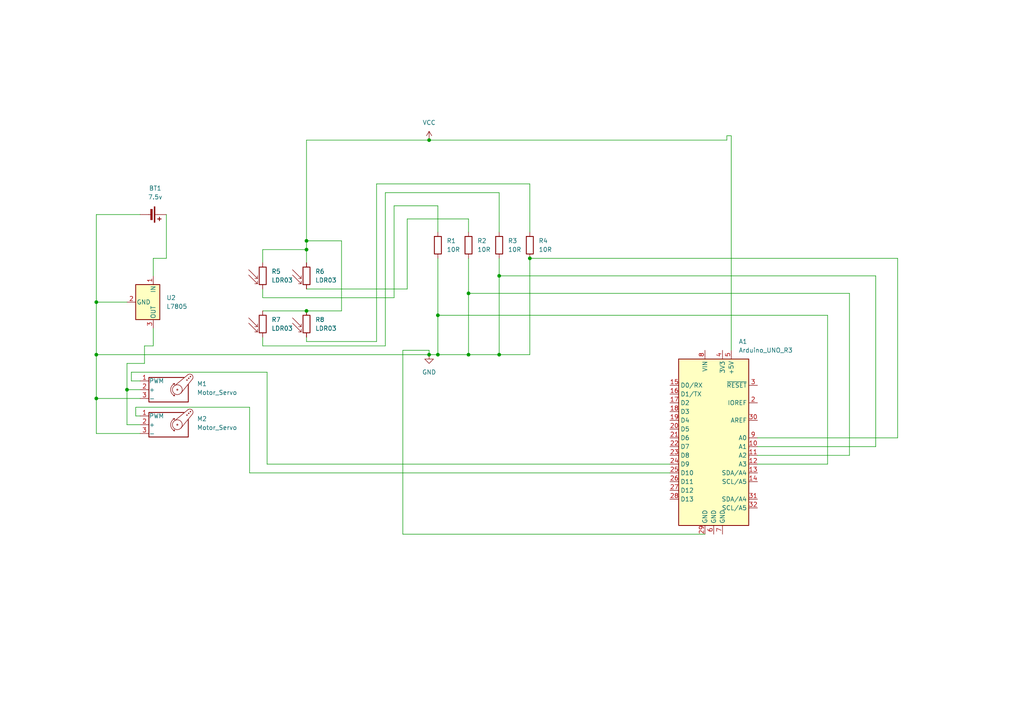
<source format=kicad_sch>
(kicad_sch
	(version 20250114)
	(generator "eeschema")
	(generator_version "9.0")
	(uuid "0716d613-defd-4026-90b3-f8d55a4d1a42")
	(paper "A4")
	(lib_symbols
		(symbol "Device:Battery_Cell"
			(pin_numbers
				(hide yes)
			)
			(pin_names
				(offset 0)
				(hide yes)
			)
			(exclude_from_sim no)
			(in_bom yes)
			(on_board yes)
			(property "Reference" "BT"
				(at 2.54 2.54 0)
				(effects
					(font
						(size 1.27 1.27)
					)
					(justify left)
				)
			)
			(property "Value" "Battery_Cell"
				(at 2.54 0 0)
				(effects
					(font
						(size 1.27 1.27)
					)
					(justify left)
				)
			)
			(property "Footprint" ""
				(at 0 1.524 90)
				(effects
					(font
						(size 1.27 1.27)
					)
					(hide yes)
				)
			)
			(property "Datasheet" "~"
				(at 0 1.524 90)
				(effects
					(font
						(size 1.27 1.27)
					)
					(hide yes)
				)
			)
			(property "Description" "Single-cell battery"
				(at 0 0 0)
				(effects
					(font
						(size 1.27 1.27)
					)
					(hide yes)
				)
			)
			(property "ki_keywords" "battery cell"
				(at 0 0 0)
				(effects
					(font
						(size 1.27 1.27)
					)
					(hide yes)
				)
			)
			(symbol "Battery_Cell_0_1"
				(rectangle
					(start -2.286 1.778)
					(end 2.286 1.524)
					(stroke
						(width 0)
						(type default)
					)
					(fill
						(type outline)
					)
				)
				(rectangle
					(start -1.524 1.016)
					(end 1.524 0.508)
					(stroke
						(width 0)
						(type default)
					)
					(fill
						(type outline)
					)
				)
				(polyline
					(pts
						(xy 0 1.778) (xy 0 2.54)
					)
					(stroke
						(width 0)
						(type default)
					)
					(fill
						(type none)
					)
				)
				(polyline
					(pts
						(xy 0 0.762) (xy 0 0)
					)
					(stroke
						(width 0)
						(type default)
					)
					(fill
						(type none)
					)
				)
				(polyline
					(pts
						(xy 0.762 3.048) (xy 1.778 3.048)
					)
					(stroke
						(width 0.254)
						(type default)
					)
					(fill
						(type none)
					)
				)
				(polyline
					(pts
						(xy 1.27 3.556) (xy 1.27 2.54)
					)
					(stroke
						(width 0.254)
						(type default)
					)
					(fill
						(type none)
					)
				)
			)
			(symbol "Battery_Cell_1_1"
				(pin passive line
					(at 0 5.08 270)
					(length 2.54)
					(name "+"
						(effects
							(font
								(size 1.27 1.27)
							)
						)
					)
					(number "1"
						(effects
							(font
								(size 1.27 1.27)
							)
						)
					)
				)
				(pin passive line
					(at 0 -2.54 90)
					(length 2.54)
					(name "-"
						(effects
							(font
								(size 1.27 1.27)
							)
						)
					)
					(number "2"
						(effects
							(font
								(size 1.27 1.27)
							)
						)
					)
				)
			)
			(embedded_fonts no)
		)
		(symbol "Device:R"
			(pin_numbers
				(hide yes)
			)
			(pin_names
				(offset 0)
			)
			(exclude_from_sim no)
			(in_bom yes)
			(on_board yes)
			(property "Reference" "R"
				(at 2.032 0 90)
				(effects
					(font
						(size 1.27 1.27)
					)
				)
			)
			(property "Value" "R"
				(at 0 0 90)
				(effects
					(font
						(size 1.27 1.27)
					)
				)
			)
			(property "Footprint" ""
				(at -1.778 0 90)
				(effects
					(font
						(size 1.27 1.27)
					)
					(hide yes)
				)
			)
			(property "Datasheet" "~"
				(at 0 0 0)
				(effects
					(font
						(size 1.27 1.27)
					)
					(hide yes)
				)
			)
			(property "Description" "Resistor"
				(at 0 0 0)
				(effects
					(font
						(size 1.27 1.27)
					)
					(hide yes)
				)
			)
			(property "ki_keywords" "R res resistor"
				(at 0 0 0)
				(effects
					(font
						(size 1.27 1.27)
					)
					(hide yes)
				)
			)
			(property "ki_fp_filters" "R_*"
				(at 0 0 0)
				(effects
					(font
						(size 1.27 1.27)
					)
					(hide yes)
				)
			)
			(symbol "R_0_1"
				(rectangle
					(start -1.016 -2.54)
					(end 1.016 2.54)
					(stroke
						(width 0.254)
						(type default)
					)
					(fill
						(type none)
					)
				)
			)
			(symbol "R_1_1"
				(pin passive line
					(at 0 3.81 270)
					(length 1.27)
					(name "~"
						(effects
							(font
								(size 1.27 1.27)
							)
						)
					)
					(number "1"
						(effects
							(font
								(size 1.27 1.27)
							)
						)
					)
				)
				(pin passive line
					(at 0 -3.81 90)
					(length 1.27)
					(name "~"
						(effects
							(font
								(size 1.27 1.27)
							)
						)
					)
					(number "2"
						(effects
							(font
								(size 1.27 1.27)
							)
						)
					)
				)
			)
			(embedded_fonts no)
		)
		(symbol "MCU_Module:Arduino_UNO_R3"
			(exclude_from_sim no)
			(in_bom yes)
			(on_board yes)
			(property "Reference" "A"
				(at -10.16 23.495 0)
				(effects
					(font
						(size 1.27 1.27)
					)
					(justify left bottom)
				)
			)
			(property "Value" "Arduino_UNO_R3"
				(at 5.08 -26.67 0)
				(effects
					(font
						(size 1.27 1.27)
					)
					(justify left top)
				)
			)
			(property "Footprint" "Module:Arduino_UNO_R3"
				(at 0 0 0)
				(effects
					(font
						(size 1.27 1.27)
						(italic yes)
					)
					(hide yes)
				)
			)
			(property "Datasheet" "https://www.arduino.cc/en/Main/arduinoBoardUno"
				(at 0 0 0)
				(effects
					(font
						(size 1.27 1.27)
					)
					(hide yes)
				)
			)
			(property "Description" "Arduino UNO Microcontroller Module, release 3"
				(at 0 0 0)
				(effects
					(font
						(size 1.27 1.27)
					)
					(hide yes)
				)
			)
			(property "ki_keywords" "Arduino UNO R3 Microcontroller Module Atmel AVR USB"
				(at 0 0 0)
				(effects
					(font
						(size 1.27 1.27)
					)
					(hide yes)
				)
			)
			(property "ki_fp_filters" "Arduino*UNO*R3*"
				(at 0 0 0)
				(effects
					(font
						(size 1.27 1.27)
					)
					(hide yes)
				)
			)
			(symbol "Arduino_UNO_R3_0_1"
				(rectangle
					(start -10.16 22.86)
					(end 10.16 -25.4)
					(stroke
						(width 0.254)
						(type default)
					)
					(fill
						(type background)
					)
				)
			)
			(symbol "Arduino_UNO_R3_1_1"
				(pin bidirectional line
					(at -12.7 15.24 0)
					(length 2.54)
					(name "D0/RX"
						(effects
							(font
								(size 1.27 1.27)
							)
						)
					)
					(number "15"
						(effects
							(font
								(size 1.27 1.27)
							)
						)
					)
				)
				(pin bidirectional line
					(at -12.7 12.7 0)
					(length 2.54)
					(name "D1/TX"
						(effects
							(font
								(size 1.27 1.27)
							)
						)
					)
					(number "16"
						(effects
							(font
								(size 1.27 1.27)
							)
						)
					)
				)
				(pin bidirectional line
					(at -12.7 10.16 0)
					(length 2.54)
					(name "D2"
						(effects
							(font
								(size 1.27 1.27)
							)
						)
					)
					(number "17"
						(effects
							(font
								(size 1.27 1.27)
							)
						)
					)
				)
				(pin bidirectional line
					(at -12.7 7.62 0)
					(length 2.54)
					(name "D3"
						(effects
							(font
								(size 1.27 1.27)
							)
						)
					)
					(number "18"
						(effects
							(font
								(size 1.27 1.27)
							)
						)
					)
				)
				(pin bidirectional line
					(at -12.7 5.08 0)
					(length 2.54)
					(name "D4"
						(effects
							(font
								(size 1.27 1.27)
							)
						)
					)
					(number "19"
						(effects
							(font
								(size 1.27 1.27)
							)
						)
					)
				)
				(pin bidirectional line
					(at -12.7 2.54 0)
					(length 2.54)
					(name "D5"
						(effects
							(font
								(size 1.27 1.27)
							)
						)
					)
					(number "20"
						(effects
							(font
								(size 1.27 1.27)
							)
						)
					)
				)
				(pin bidirectional line
					(at -12.7 0 0)
					(length 2.54)
					(name "D6"
						(effects
							(font
								(size 1.27 1.27)
							)
						)
					)
					(number "21"
						(effects
							(font
								(size 1.27 1.27)
							)
						)
					)
				)
				(pin bidirectional line
					(at -12.7 -2.54 0)
					(length 2.54)
					(name "D7"
						(effects
							(font
								(size 1.27 1.27)
							)
						)
					)
					(number "22"
						(effects
							(font
								(size 1.27 1.27)
							)
						)
					)
				)
				(pin bidirectional line
					(at -12.7 -5.08 0)
					(length 2.54)
					(name "D8"
						(effects
							(font
								(size 1.27 1.27)
							)
						)
					)
					(number "23"
						(effects
							(font
								(size 1.27 1.27)
							)
						)
					)
				)
				(pin bidirectional line
					(at -12.7 -7.62 0)
					(length 2.54)
					(name "D9"
						(effects
							(font
								(size 1.27 1.27)
							)
						)
					)
					(number "24"
						(effects
							(font
								(size 1.27 1.27)
							)
						)
					)
				)
				(pin bidirectional line
					(at -12.7 -10.16 0)
					(length 2.54)
					(name "D10"
						(effects
							(font
								(size 1.27 1.27)
							)
						)
					)
					(number "25"
						(effects
							(font
								(size 1.27 1.27)
							)
						)
					)
				)
				(pin bidirectional line
					(at -12.7 -12.7 0)
					(length 2.54)
					(name "D11"
						(effects
							(font
								(size 1.27 1.27)
							)
						)
					)
					(number "26"
						(effects
							(font
								(size 1.27 1.27)
							)
						)
					)
				)
				(pin bidirectional line
					(at -12.7 -15.24 0)
					(length 2.54)
					(name "D12"
						(effects
							(font
								(size 1.27 1.27)
							)
						)
					)
					(number "27"
						(effects
							(font
								(size 1.27 1.27)
							)
						)
					)
				)
				(pin bidirectional line
					(at -12.7 -17.78 0)
					(length 2.54)
					(name "D13"
						(effects
							(font
								(size 1.27 1.27)
							)
						)
					)
					(number "28"
						(effects
							(font
								(size 1.27 1.27)
							)
						)
					)
				)
				(pin no_connect line
					(at -10.16 -20.32 0)
					(length 2.54)
					(hide yes)
					(name "NC"
						(effects
							(font
								(size 1.27 1.27)
							)
						)
					)
					(number "1"
						(effects
							(font
								(size 1.27 1.27)
							)
						)
					)
				)
				(pin power_in line
					(at -2.54 25.4 270)
					(length 2.54)
					(name "VIN"
						(effects
							(font
								(size 1.27 1.27)
							)
						)
					)
					(number "8"
						(effects
							(font
								(size 1.27 1.27)
							)
						)
					)
				)
				(pin power_in line
					(at -2.54 -27.94 90)
					(length 2.54)
					(name "GND"
						(effects
							(font
								(size 1.27 1.27)
							)
						)
					)
					(number "29"
						(effects
							(font
								(size 1.27 1.27)
							)
						)
					)
				)
				(pin power_in line
					(at 0 -27.94 90)
					(length 2.54)
					(name "GND"
						(effects
							(font
								(size 1.27 1.27)
							)
						)
					)
					(number "6"
						(effects
							(font
								(size 1.27 1.27)
							)
						)
					)
				)
				(pin power_out line
					(at 2.54 25.4 270)
					(length 2.54)
					(name "3V3"
						(effects
							(font
								(size 1.27 1.27)
							)
						)
					)
					(number "4"
						(effects
							(font
								(size 1.27 1.27)
							)
						)
					)
				)
				(pin power_in line
					(at 2.54 -27.94 90)
					(length 2.54)
					(name "GND"
						(effects
							(font
								(size 1.27 1.27)
							)
						)
					)
					(number "7"
						(effects
							(font
								(size 1.27 1.27)
							)
						)
					)
				)
				(pin power_out line
					(at 5.08 25.4 270)
					(length 2.54)
					(name "+5V"
						(effects
							(font
								(size 1.27 1.27)
							)
						)
					)
					(number "5"
						(effects
							(font
								(size 1.27 1.27)
							)
						)
					)
				)
				(pin input line
					(at 12.7 15.24 180)
					(length 2.54)
					(name "~{RESET}"
						(effects
							(font
								(size 1.27 1.27)
							)
						)
					)
					(number "3"
						(effects
							(font
								(size 1.27 1.27)
							)
						)
					)
				)
				(pin output line
					(at 12.7 10.16 180)
					(length 2.54)
					(name "IOREF"
						(effects
							(font
								(size 1.27 1.27)
							)
						)
					)
					(number "2"
						(effects
							(font
								(size 1.27 1.27)
							)
						)
					)
				)
				(pin input line
					(at 12.7 5.08 180)
					(length 2.54)
					(name "AREF"
						(effects
							(font
								(size 1.27 1.27)
							)
						)
					)
					(number "30"
						(effects
							(font
								(size 1.27 1.27)
							)
						)
					)
				)
				(pin bidirectional line
					(at 12.7 0 180)
					(length 2.54)
					(name "A0"
						(effects
							(font
								(size 1.27 1.27)
							)
						)
					)
					(number "9"
						(effects
							(font
								(size 1.27 1.27)
							)
						)
					)
				)
				(pin bidirectional line
					(at 12.7 -2.54 180)
					(length 2.54)
					(name "A1"
						(effects
							(font
								(size 1.27 1.27)
							)
						)
					)
					(number "10"
						(effects
							(font
								(size 1.27 1.27)
							)
						)
					)
				)
				(pin bidirectional line
					(at 12.7 -5.08 180)
					(length 2.54)
					(name "A2"
						(effects
							(font
								(size 1.27 1.27)
							)
						)
					)
					(number "11"
						(effects
							(font
								(size 1.27 1.27)
							)
						)
					)
				)
				(pin bidirectional line
					(at 12.7 -7.62 180)
					(length 2.54)
					(name "A3"
						(effects
							(font
								(size 1.27 1.27)
							)
						)
					)
					(number "12"
						(effects
							(font
								(size 1.27 1.27)
							)
						)
					)
				)
				(pin bidirectional line
					(at 12.7 -10.16 180)
					(length 2.54)
					(name "SDA/A4"
						(effects
							(font
								(size 1.27 1.27)
							)
						)
					)
					(number "13"
						(effects
							(font
								(size 1.27 1.27)
							)
						)
					)
				)
				(pin bidirectional line
					(at 12.7 -12.7 180)
					(length 2.54)
					(name "SCL/A5"
						(effects
							(font
								(size 1.27 1.27)
							)
						)
					)
					(number "14"
						(effects
							(font
								(size 1.27 1.27)
							)
						)
					)
				)
				(pin bidirectional line
					(at 12.7 -17.78 180)
					(length 2.54)
					(name "SDA/A4"
						(effects
							(font
								(size 1.27 1.27)
							)
						)
					)
					(number "31"
						(effects
							(font
								(size 1.27 1.27)
							)
						)
					)
				)
				(pin bidirectional line
					(at 12.7 -20.32 180)
					(length 2.54)
					(name "SCL/A5"
						(effects
							(font
								(size 1.27 1.27)
							)
						)
					)
					(number "32"
						(effects
							(font
								(size 1.27 1.27)
							)
						)
					)
				)
			)
			(embedded_fonts no)
		)
		(symbol "Motor:Motor_Servo"
			(pin_names
				(offset 0.0254)
			)
			(exclude_from_sim no)
			(in_bom yes)
			(on_board yes)
			(property "Reference" "M"
				(at -5.08 4.445 0)
				(effects
					(font
						(size 1.27 1.27)
					)
					(justify left)
				)
			)
			(property "Value" "Motor_Servo"
				(at -5.08 -4.064 0)
				(effects
					(font
						(size 1.27 1.27)
					)
					(justify left top)
				)
			)
			(property "Footprint" ""
				(at 0 -4.826 0)
				(effects
					(font
						(size 1.27 1.27)
					)
					(hide yes)
				)
			)
			(property "Datasheet" "http://forums.parallax.com/uploads/attachments/46831/74481.png"
				(at 0 -4.826 0)
				(effects
					(font
						(size 1.27 1.27)
					)
					(hide yes)
				)
			)
			(property "Description" "Servo Motor (Futaba, HiTec, JR connector)"
				(at 0 0 0)
				(effects
					(font
						(size 1.27 1.27)
					)
					(hide yes)
				)
			)
			(property "ki_keywords" "Servo Motor"
				(at 0 0 0)
				(effects
					(font
						(size 1.27 1.27)
					)
					(hide yes)
				)
			)
			(property "ki_fp_filters" "PinHeader*P2.54mm*"
				(at 0 0 0)
				(effects
					(font
						(size 1.27 1.27)
					)
					(hide yes)
				)
			)
			(symbol "Motor_Servo_0_1"
				(polyline
					(pts
						(xy 2.413 1.778) (xy 1.905 1.778)
					)
					(stroke
						(width 0)
						(type default)
					)
					(fill
						(type none)
					)
				)
				(polyline
					(pts
						(xy 2.413 1.778) (xy 2.286 1.397)
					)
					(stroke
						(width 0)
						(type default)
					)
					(fill
						(type none)
					)
				)
				(polyline
					(pts
						(xy 2.413 -1.778) (xy 2.032 -1.778)
					)
					(stroke
						(width 0)
						(type default)
					)
					(fill
						(type none)
					)
				)
				(polyline
					(pts
						(xy 2.413 -1.778) (xy 2.286 -1.397)
					)
					(stroke
						(width 0)
						(type default)
					)
					(fill
						(type none)
					)
				)
				(arc
					(start 2.413 -1.778)
					(mid 1.2406 0)
					(end 2.413 1.778)
					(stroke
						(width 0)
						(type default)
					)
					(fill
						(type none)
					)
				)
				(circle
					(center 3.175 0)
					(radius 0.1778)
					(stroke
						(width 0)
						(type default)
					)
					(fill
						(type none)
					)
				)
				(circle
					(center 3.175 0)
					(radius 1.4224)
					(stroke
						(width 0)
						(type default)
					)
					(fill
						(type none)
					)
				)
				(polyline
					(pts
						(xy 5.08 3.556) (xy -5.08 3.556) (xy -5.08 -3.556) (xy 6.35 -3.556) (xy 6.35 1.524)
					)
					(stroke
						(width 0.254)
						(type default)
					)
					(fill
						(type none)
					)
				)
				(circle
					(center 5.969 2.794)
					(radius 0.127)
					(stroke
						(width 0)
						(type default)
					)
					(fill
						(type none)
					)
				)
				(polyline
					(pts
						(xy 6.35 4.445) (xy 2.54 1.27)
					)
					(stroke
						(width 0)
						(type default)
					)
					(fill
						(type none)
					)
				)
				(circle
					(center 6.477 3.302)
					(radius 0.127)
					(stroke
						(width 0)
						(type default)
					)
					(fill
						(type none)
					)
				)
				(arc
					(start 6.35 4.445)
					(mid 7.4487 4.2737)
					(end 7.62 3.175)
					(stroke
						(width 0)
						(type default)
					)
					(fill
						(type none)
					)
				)
				(circle
					(center 6.985 3.81)
					(radius 0.127)
					(stroke
						(width 0)
						(type default)
					)
					(fill
						(type none)
					)
				)
				(polyline
					(pts
						(xy 7.62 3.175) (xy 4.191 -1.016)
					)
					(stroke
						(width 0)
						(type default)
					)
					(fill
						(type none)
					)
				)
			)
			(symbol "Motor_Servo_1_1"
				(pin passive line
					(at -7.62 2.54 0)
					(length 2.54)
					(name "PWM"
						(effects
							(font
								(size 1.27 1.27)
							)
						)
					)
					(number "1"
						(effects
							(font
								(size 1.27 1.27)
							)
						)
					)
				)
				(pin passive line
					(at -7.62 0 0)
					(length 2.54)
					(name "+"
						(effects
							(font
								(size 1.27 1.27)
							)
						)
					)
					(number "2"
						(effects
							(font
								(size 1.27 1.27)
							)
						)
					)
				)
				(pin passive line
					(at -7.62 -2.54 0)
					(length 2.54)
					(name "-"
						(effects
							(font
								(size 1.27 1.27)
							)
						)
					)
					(number "3"
						(effects
							(font
								(size 1.27 1.27)
							)
						)
					)
				)
			)
			(embedded_fonts no)
		)
		(symbol "Regulator_Linear:L7805"
			(pin_names
				(offset 0.254)
			)
			(exclude_from_sim no)
			(in_bom yes)
			(on_board yes)
			(property "Reference" "U"
				(at -3.81 3.175 0)
				(effects
					(font
						(size 1.27 1.27)
					)
				)
			)
			(property "Value" "L7805"
				(at 0 3.175 0)
				(effects
					(font
						(size 1.27 1.27)
					)
					(justify left)
				)
			)
			(property "Footprint" ""
				(at 0.635 -3.81 0)
				(effects
					(font
						(size 1.27 1.27)
						(italic yes)
					)
					(justify left)
					(hide yes)
				)
			)
			(property "Datasheet" "http://www.st.com/content/ccc/resource/technical/document/datasheet/41/4f/b3/b0/12/d4/47/88/CD00000444.pdf/files/CD00000444.pdf/jcr:content/translations/en.CD00000444.pdf"
				(at 0 -1.27 0)
				(effects
					(font
						(size 1.27 1.27)
					)
					(hide yes)
				)
			)
			(property "Description" "Positive 1.5A 35V Linear Regulator, Fixed Output 5V, TO-220/TO-263/TO-252"
				(at 0 0 0)
				(effects
					(font
						(size 1.27 1.27)
					)
					(hide yes)
				)
			)
			(property "ki_keywords" "Voltage Regulator 1.5A Positive"
				(at 0 0 0)
				(effects
					(font
						(size 1.27 1.27)
					)
					(hide yes)
				)
			)
			(property "ki_fp_filters" "TO?252* TO?263* TO?220*"
				(at 0 0 0)
				(effects
					(font
						(size 1.27 1.27)
					)
					(hide yes)
				)
			)
			(symbol "L7805_0_1"
				(rectangle
					(start -5.08 1.905)
					(end 5.08 -5.08)
					(stroke
						(width 0.254)
						(type default)
					)
					(fill
						(type background)
					)
				)
			)
			(symbol "L7805_1_1"
				(pin power_in line
					(at -7.62 0 0)
					(length 2.54)
					(name "IN"
						(effects
							(font
								(size 1.27 1.27)
							)
						)
					)
					(number "1"
						(effects
							(font
								(size 1.27 1.27)
							)
						)
					)
				)
				(pin power_in line
					(at 0 -7.62 90)
					(length 2.54)
					(name "GND"
						(effects
							(font
								(size 1.27 1.27)
							)
						)
					)
					(number "2"
						(effects
							(font
								(size 1.27 1.27)
							)
						)
					)
				)
				(pin power_out line
					(at 7.62 0 180)
					(length 2.54)
					(name "OUT"
						(effects
							(font
								(size 1.27 1.27)
							)
						)
					)
					(number "3"
						(effects
							(font
								(size 1.27 1.27)
							)
						)
					)
				)
			)
			(embedded_fonts no)
		)
		(symbol "Sensor_Optical:LDR03"
			(pin_numbers
				(hide yes)
			)
			(pin_names
				(offset 0)
			)
			(exclude_from_sim no)
			(in_bom yes)
			(on_board yes)
			(property "Reference" "R"
				(at -5.08 0 90)
				(effects
					(font
						(size 1.27 1.27)
					)
				)
			)
			(property "Value" "LDR03"
				(at 1.905 0 90)
				(effects
					(font
						(size 1.27 1.27)
					)
					(justify top)
				)
			)
			(property "Footprint" "OptoDevice:R_LDR_10x8.5mm_P7.6mm_Vertical"
				(at 4.445 0 90)
				(effects
					(font
						(size 1.27 1.27)
					)
					(hide yes)
				)
			)
			(property "Datasheet" "http://www.elektronica-componenten.nl/WebRoot/StoreNL/Shops/61422969/54F1/BA0C/C664/31B9/2173/C0A8/2AB9/2AEF/LDR03IMP.pdf"
				(at 0 -1.27 0)
				(effects
					(font
						(size 1.27 1.27)
					)
					(hide yes)
				)
			)
			(property "Description" "light dependent resistor"
				(at 0 0 0)
				(effects
					(font
						(size 1.27 1.27)
					)
					(hide yes)
				)
			)
			(property "ki_keywords" "light dependent photo resistor LDR"
				(at 0 0 0)
				(effects
					(font
						(size 1.27 1.27)
					)
					(hide yes)
				)
			)
			(property "ki_fp_filters" "R*LDR*10x8.5mm*P7.6mm*"
				(at 0 0 0)
				(effects
					(font
						(size 1.27 1.27)
					)
					(hide yes)
				)
			)
			(symbol "LDR03_0_1"
				(polyline
					(pts
						(xy -1.524 -0.762) (xy -4.064 1.778)
					)
					(stroke
						(width 0)
						(type default)
					)
					(fill
						(type none)
					)
				)
				(polyline
					(pts
						(xy -1.524 -0.762) (xy -2.286 -0.762)
					)
					(stroke
						(width 0)
						(type default)
					)
					(fill
						(type none)
					)
				)
				(polyline
					(pts
						(xy -1.524 -0.762) (xy -1.524 0)
					)
					(stroke
						(width 0)
						(type default)
					)
					(fill
						(type none)
					)
				)
				(polyline
					(pts
						(xy -1.524 -2.286) (xy -4.064 0.254)
					)
					(stroke
						(width 0)
						(type default)
					)
					(fill
						(type none)
					)
				)
				(polyline
					(pts
						(xy -1.524 -2.286) (xy -2.286 -2.286)
					)
					(stroke
						(width 0)
						(type default)
					)
					(fill
						(type none)
					)
				)
				(polyline
					(pts
						(xy -1.524 -2.286) (xy -1.524 -1.524)
					)
					(stroke
						(width 0)
						(type default)
					)
					(fill
						(type none)
					)
				)
				(rectangle
					(start -1.016 2.54)
					(end 1.016 -2.54)
					(stroke
						(width 0.254)
						(type default)
					)
					(fill
						(type none)
					)
				)
			)
			(symbol "LDR03_1_1"
				(pin passive line
					(at 0 3.81 270)
					(length 1.27)
					(name "~"
						(effects
							(font
								(size 1.27 1.27)
							)
						)
					)
					(number "1"
						(effects
							(font
								(size 1.27 1.27)
							)
						)
					)
				)
				(pin passive line
					(at 0 -3.81 90)
					(length 1.27)
					(name "~"
						(effects
							(font
								(size 1.27 1.27)
							)
						)
					)
					(number "2"
						(effects
							(font
								(size 1.27 1.27)
							)
						)
					)
				)
			)
			(embedded_fonts no)
		)
		(symbol "power:GND"
			(power)
			(pin_numbers
				(hide yes)
			)
			(pin_names
				(offset 0)
				(hide yes)
			)
			(exclude_from_sim no)
			(in_bom yes)
			(on_board yes)
			(property "Reference" "#PWR"
				(at 0 -6.35 0)
				(effects
					(font
						(size 1.27 1.27)
					)
					(hide yes)
				)
			)
			(property "Value" "GND"
				(at 0 -3.81 0)
				(effects
					(font
						(size 1.27 1.27)
					)
				)
			)
			(property "Footprint" ""
				(at 0 0 0)
				(effects
					(font
						(size 1.27 1.27)
					)
					(hide yes)
				)
			)
			(property "Datasheet" ""
				(at 0 0 0)
				(effects
					(font
						(size 1.27 1.27)
					)
					(hide yes)
				)
			)
			(property "Description" "Power symbol creates a global label with name \"GND\" , ground"
				(at 0 0 0)
				(effects
					(font
						(size 1.27 1.27)
					)
					(hide yes)
				)
			)
			(property "ki_keywords" "global power"
				(at 0 0 0)
				(effects
					(font
						(size 1.27 1.27)
					)
					(hide yes)
				)
			)
			(symbol "GND_0_1"
				(polyline
					(pts
						(xy 0 0) (xy 0 -1.27) (xy 1.27 -1.27) (xy 0 -2.54) (xy -1.27 -1.27) (xy 0 -1.27)
					)
					(stroke
						(width 0)
						(type default)
					)
					(fill
						(type none)
					)
				)
			)
			(symbol "GND_1_1"
				(pin power_in line
					(at 0 0 270)
					(length 0)
					(name "~"
						(effects
							(font
								(size 1.27 1.27)
							)
						)
					)
					(number "1"
						(effects
							(font
								(size 1.27 1.27)
							)
						)
					)
				)
			)
			(embedded_fonts no)
		)
		(symbol "power:VCC"
			(power)
			(pin_numbers
				(hide yes)
			)
			(pin_names
				(offset 0)
				(hide yes)
			)
			(exclude_from_sim no)
			(in_bom yes)
			(on_board yes)
			(property "Reference" "#PWR"
				(at 0 -3.81 0)
				(effects
					(font
						(size 1.27 1.27)
					)
					(hide yes)
				)
			)
			(property "Value" "VCC"
				(at 0 3.556 0)
				(effects
					(font
						(size 1.27 1.27)
					)
				)
			)
			(property "Footprint" ""
				(at 0 0 0)
				(effects
					(font
						(size 1.27 1.27)
					)
					(hide yes)
				)
			)
			(property "Datasheet" ""
				(at 0 0 0)
				(effects
					(font
						(size 1.27 1.27)
					)
					(hide yes)
				)
			)
			(property "Description" "Power symbol creates a global label with name \"VCC\""
				(at 0 0 0)
				(effects
					(font
						(size 1.27 1.27)
					)
					(hide yes)
				)
			)
			(property "ki_keywords" "global power"
				(at 0 0 0)
				(effects
					(font
						(size 1.27 1.27)
					)
					(hide yes)
				)
			)
			(symbol "VCC_0_1"
				(polyline
					(pts
						(xy -0.762 1.27) (xy 0 2.54)
					)
					(stroke
						(width 0)
						(type default)
					)
					(fill
						(type none)
					)
				)
				(polyline
					(pts
						(xy 0 2.54) (xy 0.762 1.27)
					)
					(stroke
						(width 0)
						(type default)
					)
					(fill
						(type none)
					)
				)
				(polyline
					(pts
						(xy 0 0) (xy 0 2.54)
					)
					(stroke
						(width 0)
						(type default)
					)
					(fill
						(type none)
					)
				)
			)
			(symbol "VCC_1_1"
				(pin power_in line
					(at 0 0 90)
					(length 0)
					(name "~"
						(effects
							(font
								(size 1.27 1.27)
							)
						)
					)
					(number "1"
						(effects
							(font
								(size 1.27 1.27)
							)
						)
					)
				)
			)
			(embedded_fonts no)
		)
	)
	(junction
		(at 127 102.87)
		(diameter 0)
		(color 0 0 0 0)
		(uuid "0cb30bc9-6a90-44f0-89f4-88aaa4f00851")
	)
	(junction
		(at 144.78 80.01)
		(diameter 0)
		(color 0 0 0 0)
		(uuid "23533148-69f3-4f01-a158-0611361c8981")
	)
	(junction
		(at 88.9 69.85)
		(diameter 0)
		(color 0 0 0 0)
		(uuid "535a24a9-49e9-44ce-8268-44f124390b43")
	)
	(junction
		(at 124.46 40.64)
		(diameter 0)
		(color 0 0 0 0)
		(uuid "748e31f1-09b4-4eb8-afcf-847b7f438c53")
	)
	(junction
		(at 36.83 113.03)
		(diameter 0)
		(color 0 0 0 0)
		(uuid "8a07aa0b-61c6-4501-8391-c5edd2926318")
	)
	(junction
		(at 27.94 87.63)
		(diameter 0)
		(color 0 0 0 0)
		(uuid "90e86b80-681b-4eb9-be51-4e6b2e868d45")
	)
	(junction
		(at 27.94 102.87)
		(diameter 0)
		(color 0 0 0 0)
		(uuid "a5024330-9354-422e-af57-377f5de39d21")
	)
	(junction
		(at 135.89 102.87)
		(diameter 0)
		(color 0 0 0 0)
		(uuid "b1d57acf-6733-4716-bc26-5b2157fb665b")
	)
	(junction
		(at 124.46 102.87)
		(diameter 0)
		(color 0 0 0 0)
		(uuid "b77d8f9b-af58-42b1-a49d-370c494bbabb")
	)
	(junction
		(at 88.9 90.17)
		(diameter 0)
		(color 0 0 0 0)
		(uuid "b86ad1e0-1ddc-44b2-a8f0-d5a5f7ac8450")
	)
	(junction
		(at 27.94 115.57)
		(diameter 0)
		(color 0 0 0 0)
		(uuid "bb14af52-ae91-499c-af6c-035099a81b4f")
	)
	(junction
		(at 135.89 85.09)
		(diameter 0)
		(color 0 0 0 0)
		(uuid "c8e0b71e-ccc3-448c-9232-487f645459fb")
	)
	(junction
		(at 144.78 102.87)
		(diameter 0)
		(color 0 0 0 0)
		(uuid "c977036a-dd49-430b-8505-351fcf2155ed")
	)
	(junction
		(at 127 91.44)
		(diameter 0)
		(color 0 0 0 0)
		(uuid "ca0dc77c-b9c0-433d-9462-c03835520cdc")
	)
	(junction
		(at 153.67 74.93)
		(diameter 0)
		(color 0 0 0 0)
		(uuid "cbe7bf31-0a70-451a-90fd-09e857e485cc")
	)
	(junction
		(at 88.9 72.39)
		(diameter 0)
		(color 0 0 0 0)
		(uuid "ea586b36-00f2-4307-9493-60436e494b8d")
	)
	(wire
		(pts
			(xy 88.9 40.64) (xy 124.46 40.64)
		)
		(stroke
			(width 0)
			(type default)
		)
		(uuid "020c71b7-c925-4066-b642-7b0a7a67e517")
	)
	(wire
		(pts
			(xy 76.2 97.79) (xy 76.2 100.33)
		)
		(stroke
			(width 0)
			(type default)
		)
		(uuid "03bdb48c-b1cc-47c3-ae9e-d88b4aa17931")
	)
	(wire
		(pts
			(xy 27.94 125.73) (xy 40.64 125.73)
		)
		(stroke
			(width 0)
			(type default)
		)
		(uuid "04441708-1847-4d29-b672-a7962aa90bf3")
	)
	(wire
		(pts
			(xy 36.83 123.19) (xy 40.64 123.19)
		)
		(stroke
			(width 0)
			(type default)
		)
		(uuid "07b61c4d-d6ea-420e-a484-ea08e67724e8")
	)
	(wire
		(pts
			(xy 44.45 74.93) (xy 44.45 80.01)
		)
		(stroke
			(width 0)
			(type default)
		)
		(uuid "0fd87f9b-16e8-412c-bc3a-02f388d869bf")
	)
	(wire
		(pts
			(xy 88.9 90.17) (xy 99.06 90.17)
		)
		(stroke
			(width 0)
			(type default)
		)
		(uuid "129ab8fb-fd8f-4d2f-b968-7a5874f7336c")
	)
	(wire
		(pts
			(xy 246.38 85.09) (xy 246.38 132.08)
		)
		(stroke
			(width 0)
			(type default)
		)
		(uuid "12f54087-5288-4f2a-98cb-6bf936e01019")
	)
	(wire
		(pts
			(xy 135.89 85.09) (xy 135.89 102.87)
		)
		(stroke
			(width 0)
			(type default)
		)
		(uuid "14bfeb0f-de39-4c9e-81c8-4b5c866db3d4")
	)
	(wire
		(pts
			(xy 88.9 72.39) (xy 88.9 69.85)
		)
		(stroke
			(width 0)
			(type default)
		)
		(uuid "1934c60b-4bf3-42e6-8daa-5056ff729772")
	)
	(wire
		(pts
			(xy 116.84 154.94) (xy 204.47 154.94)
		)
		(stroke
			(width 0)
			(type default)
		)
		(uuid "1c757e8a-793d-46a0-9b29-413a24736ca9")
	)
	(wire
		(pts
			(xy 44.45 95.25) (xy 44.45 100.33)
		)
		(stroke
			(width 0)
			(type default)
		)
		(uuid "209b1206-982a-4782-85eb-b4bf1e57c68b")
	)
	(wire
		(pts
			(xy 39.37 120.65) (xy 39.37 118.11)
		)
		(stroke
			(width 0)
			(type default)
		)
		(uuid "21288d11-3eb2-49f5-8e37-df8dddf92c78")
	)
	(wire
		(pts
			(xy 36.83 113.03) (xy 36.83 123.19)
		)
		(stroke
			(width 0)
			(type default)
		)
		(uuid "25f42134-271a-46a1-969e-d9525af091a4")
	)
	(wire
		(pts
			(xy 260.35 127) (xy 219.71 127)
		)
		(stroke
			(width 0)
			(type default)
		)
		(uuid "270b1d22-36c6-409b-9d00-cb9a1a123d7a")
	)
	(wire
		(pts
			(xy 153.67 53.34) (xy 153.67 67.31)
		)
		(stroke
			(width 0)
			(type default)
		)
		(uuid "2dc58c19-a3e9-4416-93c8-42cb8f606990")
	)
	(wire
		(pts
			(xy 254 129.54) (xy 219.71 129.54)
		)
		(stroke
			(width 0)
			(type default)
		)
		(uuid "2ddb1af1-3ae6-481e-90bd-3659e108a2e4")
	)
	(wire
		(pts
			(xy 36.83 113.03) (xy 40.64 113.03)
		)
		(stroke
			(width 0)
			(type default)
		)
		(uuid "2e517138-9e3f-4c13-be24-7a9e1fa70d74")
	)
	(wire
		(pts
			(xy 88.9 90.17) (xy 76.2 90.17)
		)
		(stroke
			(width 0)
			(type default)
		)
		(uuid "2eef5ee2-7053-407f-91c6-68519f26e47e")
	)
	(wire
		(pts
			(xy 77.47 107.95) (xy 77.47 134.62)
		)
		(stroke
			(width 0)
			(type default)
		)
		(uuid "374a6508-25e0-4d11-b87e-ba336ede173f")
	)
	(wire
		(pts
			(xy 27.94 87.63) (xy 27.94 102.87)
		)
		(stroke
			(width 0)
			(type default)
		)
		(uuid "38a99bda-29fb-47e6-b84c-af5d0622be3a")
	)
	(wire
		(pts
			(xy 40.64 62.23) (xy 27.94 62.23)
		)
		(stroke
			(width 0)
			(type default)
		)
		(uuid "3b3e6fb7-df47-4765-b6cc-98a878928ae5")
	)
	(wire
		(pts
			(xy 27.94 87.63) (xy 36.83 87.63)
		)
		(stroke
			(width 0)
			(type default)
		)
		(uuid "3c93f079-b819-4ebe-9a7e-f354e99cb63b")
	)
	(wire
		(pts
			(xy 127 91.44) (xy 127 102.87)
		)
		(stroke
			(width 0)
			(type default)
		)
		(uuid "3ce348fe-4f04-45c9-a88e-af6b3a81c9a9")
	)
	(wire
		(pts
			(xy 210.82 39.37) (xy 210.82 40.64)
		)
		(stroke
			(width 0)
			(type default)
		)
		(uuid "3d162c62-e59c-4760-b75a-3f3fc3339764")
	)
	(wire
		(pts
			(xy 38.1 107.95) (xy 77.47 107.95)
		)
		(stroke
			(width 0)
			(type default)
		)
		(uuid "46419b92-8418-42ff-8ebe-3a68adc225ef")
	)
	(wire
		(pts
			(xy 114.3 59.69) (xy 127 59.69)
		)
		(stroke
			(width 0)
			(type default)
		)
		(uuid "49f823d0-8d4a-4882-b73d-494a5a104afb")
	)
	(wire
		(pts
			(xy 88.9 83.82) (xy 118.11 83.82)
		)
		(stroke
			(width 0)
			(type default)
		)
		(uuid "4e3115f3-c3ec-4bfb-9bf7-1b4ac7400144")
	)
	(wire
		(pts
			(xy 135.89 74.93) (xy 135.89 85.09)
		)
		(stroke
			(width 0)
			(type default)
		)
		(uuid "52a54e61-f726-40ac-8122-d8b2cbcd34c9")
	)
	(wire
		(pts
			(xy 72.39 137.16) (xy 194.31 137.16)
		)
		(stroke
			(width 0)
			(type default)
		)
		(uuid "5352f818-9f5c-426d-8c81-6991427b65dd")
	)
	(wire
		(pts
			(xy 72.39 118.11) (xy 72.39 137.16)
		)
		(stroke
			(width 0)
			(type default)
		)
		(uuid "57df8ee6-cbc2-49c6-b385-7a6ed9e96de6")
	)
	(wire
		(pts
			(xy 127 59.69) (xy 127 67.31)
		)
		(stroke
			(width 0)
			(type default)
		)
		(uuid "5a0960b9-3067-4e30-9e55-ec0ba5b3e574")
	)
	(wire
		(pts
			(xy 144.78 74.93) (xy 144.78 80.01)
		)
		(stroke
			(width 0)
			(type default)
		)
		(uuid "5a33aaed-14a4-4373-86b2-eb6accce297d")
	)
	(wire
		(pts
			(xy 127 102.87) (xy 135.89 102.87)
		)
		(stroke
			(width 0)
			(type default)
		)
		(uuid "60d4dad4-dbc1-4278-8104-8382e2f99169")
	)
	(wire
		(pts
			(xy 77.47 134.62) (xy 194.31 134.62)
		)
		(stroke
			(width 0)
			(type default)
		)
		(uuid "61215de8-0942-472f-bcb7-fa823889b9ac")
	)
	(wire
		(pts
			(xy 240.03 91.44) (xy 240.03 134.62)
		)
		(stroke
			(width 0)
			(type default)
		)
		(uuid "61ac4dc3-1508-4b07-8bed-35279de5d405")
	)
	(wire
		(pts
			(xy 36.83 105.41) (xy 36.83 113.03)
		)
		(stroke
			(width 0)
			(type default)
		)
		(uuid "644bb2e1-2dd1-4246-90fb-8ce478ee9763")
	)
	(wire
		(pts
			(xy 27.94 62.23) (xy 27.94 87.63)
		)
		(stroke
			(width 0)
			(type default)
		)
		(uuid "657354b7-1bfc-4e02-a275-bb4686502bd3")
	)
	(wire
		(pts
			(xy 109.22 99.06) (xy 109.22 53.34)
		)
		(stroke
			(width 0)
			(type default)
		)
		(uuid "679a82a1-75e9-4014-b4d7-46900437aeb0")
	)
	(wire
		(pts
			(xy 219.71 132.08) (xy 246.38 132.08)
		)
		(stroke
			(width 0)
			(type default)
		)
		(uuid "6a31c8e6-7855-4709-8920-8285b3a3d86b")
	)
	(wire
		(pts
			(xy 76.2 100.33) (xy 111.76 100.33)
		)
		(stroke
			(width 0)
			(type default)
		)
		(uuid "6bc62d99-da23-4dcf-af80-84684296a367")
	)
	(wire
		(pts
			(xy 114.3 59.69) (xy 114.3 86.36)
		)
		(stroke
			(width 0)
			(type default)
		)
		(uuid "7446255d-43c9-483d-9e88-e075d52d5b8c")
	)
	(wire
		(pts
			(xy 124.46 102.87) (xy 127 102.87)
		)
		(stroke
			(width 0)
			(type default)
		)
		(uuid "7709af5c-4e73-4c62-9fbd-1d1b20ed3235")
	)
	(wire
		(pts
			(xy 212.09 39.37) (xy 212.09 101.6)
		)
		(stroke
			(width 0)
			(type default)
		)
		(uuid "78788f4e-4fe0-4f10-bafa-fdae3a1da84e")
	)
	(wire
		(pts
			(xy 48.26 62.23) (xy 48.26 74.93)
		)
		(stroke
			(width 0)
			(type default)
		)
		(uuid "84c659e9-5e67-4fdc-990f-205bdba89ebb")
	)
	(wire
		(pts
			(xy 99.06 90.17) (xy 99.06 69.85)
		)
		(stroke
			(width 0)
			(type default)
		)
		(uuid "869b04ab-de00-4004-81a1-028ded5d124f")
	)
	(wire
		(pts
			(xy 127 91.44) (xy 240.03 91.44)
		)
		(stroke
			(width 0)
			(type default)
		)
		(uuid "88df88e6-aef2-4076-a30e-ae15de9e2019")
	)
	(wire
		(pts
			(xy 88.9 69.85) (xy 99.06 69.85)
		)
		(stroke
			(width 0)
			(type default)
		)
		(uuid "8b120e70-ad70-4198-9212-b639579e1edb")
	)
	(wire
		(pts
			(xy 135.89 102.87) (xy 144.78 102.87)
		)
		(stroke
			(width 0)
			(type default)
		)
		(uuid "8d6b20a9-bfe0-4656-be99-ebe4e0d90f24")
	)
	(wire
		(pts
			(xy 210.82 40.64) (xy 124.46 40.64)
		)
		(stroke
			(width 0)
			(type default)
		)
		(uuid "91d86602-4f34-4889-ab27-415261512425")
	)
	(wire
		(pts
			(xy 260.35 74.93) (xy 260.35 127)
		)
		(stroke
			(width 0)
			(type default)
		)
		(uuid "92dd1bbb-1bae-4d54-ad3a-85d7dc2dcc83")
	)
	(wire
		(pts
			(xy 76.2 83.82) (xy 76.2 86.36)
		)
		(stroke
			(width 0)
			(type default)
		)
		(uuid "93ee0a1d-d660-4a5a-b26f-db3c34497ca4")
	)
	(wire
		(pts
			(xy 118.11 63.5) (xy 135.89 63.5)
		)
		(stroke
			(width 0)
			(type default)
		)
		(uuid "97749cfb-6743-4b02-858a-35f0cc4c87af")
	)
	(wire
		(pts
			(xy 144.78 80.01) (xy 144.78 102.87)
		)
		(stroke
			(width 0)
			(type default)
		)
		(uuid "9b4c74eb-8951-43cb-be10-a2ec4bb6d3d4")
	)
	(wire
		(pts
			(xy 109.22 53.34) (xy 153.67 53.34)
		)
		(stroke
			(width 0)
			(type default)
		)
		(uuid "9bb97131-4412-4e6e-bc12-af2aa2e147a1")
	)
	(wire
		(pts
			(xy 210.82 39.37) (xy 212.09 39.37)
		)
		(stroke
			(width 0)
			(type default)
		)
		(uuid "9f396999-cb81-4c01-b84f-87c9b59acf4d")
	)
	(wire
		(pts
			(xy 254 80.01) (xy 254 129.54)
		)
		(stroke
			(width 0)
			(type default)
		)
		(uuid "a213f73a-6234-41a7-933f-c20f2b049e65")
	)
	(wire
		(pts
			(xy 88.9 99.06) (xy 109.22 99.06)
		)
		(stroke
			(width 0)
			(type default)
		)
		(uuid "a4cf03c3-898d-434c-b4eb-1a7843447bb4")
	)
	(wire
		(pts
			(xy 38.1 110.49) (xy 38.1 107.95)
		)
		(stroke
			(width 0)
			(type default)
		)
		(uuid "a50c7c3a-9bc0-4f70-a865-73bbaf0718e6")
	)
	(wire
		(pts
			(xy 40.64 110.49) (xy 38.1 110.49)
		)
		(stroke
			(width 0)
			(type default)
		)
		(uuid "a641427a-f684-4d4a-98a5-3e655d5acb8a")
	)
	(wire
		(pts
			(xy 144.78 102.87) (xy 153.67 102.87)
		)
		(stroke
			(width 0)
			(type default)
		)
		(uuid "a9e36cfc-9ea5-4d98-85e2-9b73bf683d27")
	)
	(wire
		(pts
			(xy 135.89 85.09) (xy 246.38 85.09)
		)
		(stroke
			(width 0)
			(type default)
		)
		(uuid "aa85ad11-d8b7-4c9a-b854-b4fa498b9922")
	)
	(wire
		(pts
			(xy 88.9 69.85) (xy 88.9 40.64)
		)
		(stroke
			(width 0)
			(type default)
		)
		(uuid "b26086fc-3e31-4e93-8ef1-2166e1e3926c")
	)
	(wire
		(pts
			(xy 124.46 101.6) (xy 116.84 101.6)
		)
		(stroke
			(width 0)
			(type default)
		)
		(uuid "b3dc3fd4-efdb-4aca-ab2f-66ebc770723d")
	)
	(wire
		(pts
			(xy 44.45 100.33) (xy 41.91 100.33)
		)
		(stroke
			(width 0)
			(type default)
		)
		(uuid "b6a5fa50-d48e-4e1c-8e9c-f0486b2c0a51")
	)
	(wire
		(pts
			(xy 127 74.93) (xy 127 91.44)
		)
		(stroke
			(width 0)
			(type default)
		)
		(uuid "bb9dd3cc-9f9f-4f5a-812c-e6c25c4f5494")
	)
	(wire
		(pts
			(xy 41.91 100.33) (xy 41.91 105.41)
		)
		(stroke
			(width 0)
			(type default)
		)
		(uuid "beefc141-ec18-49e7-86a6-92edf6b8f828")
	)
	(wire
		(pts
			(xy 111.76 55.88) (xy 144.78 55.88)
		)
		(stroke
			(width 0)
			(type default)
		)
		(uuid "c2c7fb57-b65f-4ef6-9a2d-a038e4c178ce")
	)
	(wire
		(pts
			(xy 118.11 83.82) (xy 118.11 63.5)
		)
		(stroke
			(width 0)
			(type default)
		)
		(uuid "c34ec038-7be6-4838-b4c2-dff13fc72de9")
	)
	(wire
		(pts
			(xy 116.84 101.6) (xy 116.84 154.94)
		)
		(stroke
			(width 0)
			(type default)
		)
		(uuid "c4c26cc8-9f0e-4440-9e8d-8208e8981086")
	)
	(wire
		(pts
			(xy 27.94 102.87) (xy 27.94 115.57)
		)
		(stroke
			(width 0)
			(type default)
		)
		(uuid "c662c1c5-e29f-450e-b641-3d82bb7989f4")
	)
	(wire
		(pts
			(xy 76.2 72.39) (xy 88.9 72.39)
		)
		(stroke
			(width 0)
			(type default)
		)
		(uuid "c6e96bc1-3ac2-4b93-8847-f48e31a1f01e")
	)
	(wire
		(pts
			(xy 41.91 105.41) (xy 36.83 105.41)
		)
		(stroke
			(width 0)
			(type default)
		)
		(uuid "c87a247f-7f75-499e-afc7-fc33c9c700c6")
	)
	(wire
		(pts
			(xy 124.46 102.87) (xy 124.46 101.6)
		)
		(stroke
			(width 0)
			(type default)
		)
		(uuid "c995a858-58b2-4b73-853d-8250baa83f80")
	)
	(wire
		(pts
			(xy 111.76 55.88) (xy 111.76 100.33)
		)
		(stroke
			(width 0)
			(type default)
		)
		(uuid "cc206df8-5d60-42ef-9253-b33b11ffff84")
	)
	(wire
		(pts
			(xy 144.78 55.88) (xy 144.78 67.31)
		)
		(stroke
			(width 0)
			(type default)
		)
		(uuid "cd429ef3-0e47-4226-bca2-e879c65058ab")
	)
	(wire
		(pts
			(xy 39.37 118.11) (xy 72.39 118.11)
		)
		(stroke
			(width 0)
			(type default)
		)
		(uuid "ce388dc4-11c9-4310-8f0b-6aac79ab57a1")
	)
	(wire
		(pts
			(xy 44.45 74.93) (xy 48.26 74.93)
		)
		(stroke
			(width 0)
			(type default)
		)
		(uuid "d269801f-d077-456f-86d2-1076850a7daf")
	)
	(wire
		(pts
			(xy 76.2 86.36) (xy 114.3 86.36)
		)
		(stroke
			(width 0)
			(type default)
		)
		(uuid "d4b6f932-8ba5-4d55-9253-9653d811a4b4")
	)
	(wire
		(pts
			(xy 153.67 74.93) (xy 153.67 102.87)
		)
		(stroke
			(width 0)
			(type default)
		)
		(uuid "d52b9132-49ac-4428-9ca7-96b0b56f77fd")
	)
	(wire
		(pts
			(xy 88.9 97.79) (xy 88.9 99.06)
		)
		(stroke
			(width 0)
			(type default)
		)
		(uuid "d57520e9-6fb3-410b-9154-7532d4a0f9bf")
	)
	(wire
		(pts
			(xy 27.94 115.57) (xy 40.64 115.57)
		)
		(stroke
			(width 0)
			(type default)
		)
		(uuid "d6bbf80b-58b2-4b11-92dc-4007aeed51a5")
	)
	(wire
		(pts
			(xy 27.94 115.57) (xy 27.94 125.73)
		)
		(stroke
			(width 0)
			(type default)
		)
		(uuid "de34b991-3d80-4e5c-bb8c-d917c13eed82")
	)
	(wire
		(pts
			(xy 144.78 80.01) (xy 254 80.01)
		)
		(stroke
			(width 0)
			(type default)
		)
		(uuid "df9ae5cf-fbe5-41c7-93bf-209d0922a6e0")
	)
	(wire
		(pts
			(xy 135.89 63.5) (xy 135.89 67.31)
		)
		(stroke
			(width 0)
			(type default)
		)
		(uuid "e00e844d-2bd5-4ff2-9d58-03f2bd5e6274")
	)
	(wire
		(pts
			(xy 76.2 76.2) (xy 76.2 72.39)
		)
		(stroke
			(width 0)
			(type default)
		)
		(uuid "e0c63186-b03b-435f-83ff-d9bd7cccf578")
	)
	(wire
		(pts
			(xy 153.67 74.93) (xy 260.35 74.93)
		)
		(stroke
			(width 0)
			(type default)
		)
		(uuid "e1707068-f821-4962-a212-4deb2f00a1a3")
	)
	(wire
		(pts
			(xy 40.64 120.65) (xy 39.37 120.65)
		)
		(stroke
			(width 0)
			(type default)
		)
		(uuid "e2b7eb2a-d3c5-4e68-95cd-379c03832709")
	)
	(wire
		(pts
			(xy 240.03 134.62) (xy 219.71 134.62)
		)
		(stroke
			(width 0)
			(type default)
		)
		(uuid "efd62373-8a13-4371-84f8-98c9af8f2d35")
	)
	(wire
		(pts
			(xy 88.9 76.2) (xy 88.9 72.39)
		)
		(stroke
			(width 0)
			(type default)
		)
		(uuid "f5bfa4e6-ebde-4589-aada-7750f40acd48")
	)
	(wire
		(pts
			(xy 27.94 102.87) (xy 124.46 102.87)
		)
		(stroke
			(width 0)
			(type default)
		)
		(uuid "f693938e-0721-4440-bd81-4cf56b68d62d")
	)
	(symbol
		(lib_id "Sensor_Optical:LDR03")
		(at 88.9 93.98 0)
		(unit 1)
		(exclude_from_sim no)
		(in_bom yes)
		(on_board yes)
		(dnp no)
		(fields_autoplaced yes)
		(uuid "0b2920f9-9a4d-4d20-acfb-96163bdddbca")
		(property "Reference" "R8"
			(at 91.44 92.7099 0)
			(effects
				(font
					(size 1.27 1.27)
				)
				(justify left)
			)
		)
		(property "Value" "LDR03"
			(at 91.44 95.2499 0)
			(effects
				(font
					(size 1.27 1.27)
				)
				(justify left)
			)
		)
		(property "Footprint" "OptoDevice:R_LDR_10x8.5mm_P7.6mm_Vertical"
			(at 93.345 93.98 90)
			(effects
				(font
					(size 1.27 1.27)
				)
				(hide yes)
			)
		)
		(property "Datasheet" "http://www.elektronica-componenten.nl/WebRoot/StoreNL/Shops/61422969/54F1/BA0C/C664/31B9/2173/C0A8/2AB9/2AEF/LDR03IMP.pdf"
			(at 88.9 95.25 0)
			(effects
				(font
					(size 1.27 1.27)
				)
				(hide yes)
			)
		)
		(property "Description" "light dependent resistor"
			(at 88.9 93.98 0)
			(effects
				(font
					(size 1.27 1.27)
				)
				(hide yes)
			)
		)
		(pin "2"
			(uuid "882ab02f-751a-4d76-b182-94e484738e6d")
		)
		(pin "1"
			(uuid "4ca48c1f-07f0-4dcc-9533-f81c5722df32")
		)
		(instances
			(project ""
				(path "/0716d613-defd-4026-90b3-f8d55a4d1a42"
					(reference "R8")
					(unit 1)
				)
			)
		)
	)
	(symbol
		(lib_id "Device:Battery_Cell")
		(at 43.18 62.23 270)
		(unit 1)
		(exclude_from_sim no)
		(in_bom yes)
		(on_board yes)
		(dnp no)
		(fields_autoplaced yes)
		(uuid "2052aa96-789b-4176-bccc-309698070381")
		(property "Reference" "BT1"
			(at 45.0215 54.61 90)
			(effects
				(font
					(size 1.27 1.27)
				)
			)
		)
		(property "Value" "7.5v"
			(at 45.0215 57.15 90)
			(effects
				(font
					(size 1.27 1.27)
				)
			)
		)
		(property "Footprint" "Battery:Battery_Panasonic_CR2025-V1AK_Vertical_CircularHoles"
			(at 44.704 62.23 90)
			(effects
				(font
					(size 1.27 1.27)
				)
				(hide yes)
			)
		)
		(property "Datasheet" "~"
			(at 44.704 62.23 90)
			(effects
				(font
					(size 1.27 1.27)
				)
				(hide yes)
			)
		)
		(property "Description" "Single-cell battery"
			(at 43.18 62.23 0)
			(effects
				(font
					(size 1.27 1.27)
				)
				(hide yes)
			)
		)
		(pin "1"
			(uuid "71a5fd74-14d5-41f1-b8fe-2ee8551d6801")
		)
		(pin "2"
			(uuid "6cd7df3e-cb26-4a18-89ed-bcd65b587c4e")
		)
		(instances
			(project ""
				(path "/0716d613-defd-4026-90b3-f8d55a4d1a42"
					(reference "BT1")
					(unit 1)
				)
			)
		)
	)
	(symbol
		(lib_id "Device:R")
		(at 127 71.12 0)
		(unit 1)
		(exclude_from_sim no)
		(in_bom yes)
		(on_board yes)
		(dnp no)
		(fields_autoplaced yes)
		(uuid "2cffff3b-10bd-49e1-a071-c2f1b1adf5e1")
		(property "Reference" "R1"
			(at 129.54 69.8499 0)
			(effects
				(font
					(size 1.27 1.27)
				)
				(justify left)
			)
		)
		(property "Value" "10R"
			(at 129.54 72.3899 0)
			(effects
				(font
					(size 1.27 1.27)
				)
				(justify left)
			)
		)
		(property "Footprint" "Resistor_THT:R_Axial_DIN0516_L15.5mm_D5.0mm_P20.32mm_Horizontal"
			(at 125.222 71.12 90)
			(effects
				(font
					(size 1.27 1.27)
				)
				(hide yes)
			)
		)
		(property "Datasheet" "~"
			(at 127 71.12 0)
			(effects
				(font
					(size 1.27 1.27)
				)
				(hide yes)
			)
		)
		(property "Description" "Resistor"
			(at 127 71.12 0)
			(effects
				(font
					(size 1.27 1.27)
				)
				(hide yes)
			)
		)
		(pin "1"
			(uuid "991c4f38-d7f7-4f86-915a-482a6e98211f")
		)
		(pin "2"
			(uuid "ea955bd2-10a3-45d0-8b84-19e3387b779d")
		)
		(instances
			(project ""
				(path "/0716d613-defd-4026-90b3-f8d55a4d1a42"
					(reference "R1")
					(unit 1)
				)
			)
		)
	)
	(symbol
		(lib_id "power:VCC")
		(at 124.46 40.64 0)
		(unit 1)
		(exclude_from_sim no)
		(in_bom yes)
		(on_board yes)
		(dnp no)
		(fields_autoplaced yes)
		(uuid "2df8d906-8e13-4b10-8ca5-2b8158226c62")
		(property "Reference" "#PWR01"
			(at 124.46 44.45 0)
			(effects
				(font
					(size 1.27 1.27)
				)
				(hide yes)
			)
		)
		(property "Value" "VCC"
			(at 124.46 35.56 0)
			(effects
				(font
					(size 1.27 1.27)
				)
			)
		)
		(property "Footprint" ""
			(at 124.46 40.64 0)
			(effects
				(font
					(size 1.27 1.27)
				)
			)
		)
		(property "Datasheet" ""
			(at 124.46 40.64 0)
			(effects
				(font
					(size 1.27 1.27)
				)
				(hide yes)
			)
		)
		(property "Description" "Power symbol creates a global label with name \"VCC\""
			(at 124.46 40.64 0)
			(effects
				(font
					(size 1.27 1.27)
				)
				(hide yes)
			)
		)
		(pin "1"
			(uuid "8d4b8b23-428e-489e-9cd9-e7d1feaaf643")
		)
		(instances
			(project ""
				(path "/0716d613-defd-4026-90b3-f8d55a4d1a42"
					(reference "#PWR01")
					(unit 1)
				)
			)
		)
	)
	(symbol
		(lib_id "Sensor_Optical:LDR03")
		(at 76.2 93.98 0)
		(unit 1)
		(exclude_from_sim no)
		(in_bom yes)
		(on_board yes)
		(dnp no)
		(fields_autoplaced yes)
		(uuid "546f3c80-89a9-4b72-8011-ddb04566436b")
		(property "Reference" "R7"
			(at 78.74 92.7099 0)
			(effects
				(font
					(size 1.27 1.27)
				)
				(justify left)
			)
		)
		(property "Value" "LDR03"
			(at 78.74 95.2499 0)
			(effects
				(font
					(size 1.27 1.27)
				)
				(justify left)
			)
		)
		(property "Footprint" "OptoDevice:R_LDR_10x8.5mm_P7.6mm_Vertical"
			(at 80.645 93.98 90)
			(effects
				(font
					(size 1.27 1.27)
				)
				(hide yes)
			)
		)
		(property "Datasheet" "http://www.elektronica-componenten.nl/WebRoot/StoreNL/Shops/61422969/54F1/BA0C/C664/31B9/2173/C0A8/2AB9/2AEF/LDR03IMP.pdf"
			(at 76.2 95.25 0)
			(effects
				(font
					(size 1.27 1.27)
				)
				(hide yes)
			)
		)
		(property "Description" "light dependent resistor"
			(at 76.2 93.98 0)
			(effects
				(font
					(size 1.27 1.27)
				)
				(hide yes)
			)
		)
		(pin "2"
			(uuid "e46d47da-e1e3-47d2-83a8-89d699738359")
		)
		(pin "1"
			(uuid "7ae222dd-8c94-4c8f-8423-1d6eb564b4aa")
		)
		(instances
			(project ""
				(path "/0716d613-defd-4026-90b3-f8d55a4d1a42"
					(reference "R7")
					(unit 1)
				)
			)
		)
	)
	(symbol
		(lib_id "Device:R")
		(at 135.89 71.12 0)
		(unit 1)
		(exclude_from_sim no)
		(in_bom yes)
		(on_board yes)
		(dnp no)
		(fields_autoplaced yes)
		(uuid "54c20a78-1af8-43f0-8dd2-cbb52b3c6ec0")
		(property "Reference" "R2"
			(at 138.43 69.8499 0)
			(effects
				(font
					(size 1.27 1.27)
				)
				(justify left)
			)
		)
		(property "Value" "10R"
			(at 138.43 72.3899 0)
			(effects
				(font
					(size 1.27 1.27)
				)
				(justify left)
			)
		)
		(property "Footprint" "Resistor_THT:R_Axial_DIN0516_L15.5mm_D5.0mm_P20.32mm_Horizontal"
			(at 134.112 71.12 90)
			(effects
				(font
					(size 1.27 1.27)
				)
				(hide yes)
			)
		)
		(property "Datasheet" "~"
			(at 135.89 71.12 0)
			(effects
				(font
					(size 1.27 1.27)
				)
				(hide yes)
			)
		)
		(property "Description" "Resistor"
			(at 135.89 71.12 0)
			(effects
				(font
					(size 1.27 1.27)
				)
				(hide yes)
			)
		)
		(pin "1"
			(uuid "6f73ef0a-2caf-4256-af35-e07fa8040c06")
		)
		(pin "2"
			(uuid "4e7ce082-37cb-4ef8-b60a-c9b18b0a46c1")
		)
		(instances
			(project ""
				(path "/0716d613-defd-4026-90b3-f8d55a4d1a42"
					(reference "R2")
					(unit 1)
				)
			)
		)
	)
	(symbol
		(lib_id "power:GND")
		(at 124.46 102.87 0)
		(unit 1)
		(exclude_from_sim no)
		(in_bom yes)
		(on_board yes)
		(dnp no)
		(fields_autoplaced yes)
		(uuid "5736dab6-f2e8-4e4d-8619-840561ed0aa6")
		(property "Reference" "#PWR02"
			(at 124.46 109.22 0)
			(effects
				(font
					(size 1.27 1.27)
				)
				(hide yes)
			)
		)
		(property "Value" "GND"
			(at 124.46 107.95 0)
			(effects
				(font
					(size 1.27 1.27)
				)
			)
		)
		(property "Footprint" ""
			(at 124.46 102.87 0)
			(effects
				(font
					(size 1.27 1.27)
				)
			)
		)
		(property "Datasheet" ""
			(at 124.46 102.87 0)
			(effects
				(font
					(size 1.27 1.27)
				)
				(hide yes)
			)
		)
		(property "Description" "Power symbol creates a global label with name \"GND\" , ground"
			(at 124.46 102.87 0)
			(effects
				(font
					(size 1.27 1.27)
				)
				(hide yes)
			)
		)
		(pin "1"
			(uuid "7b0a7966-0870-434b-a3ae-d74cfd5bf625")
		)
		(instances
			(project ""
				(path "/0716d613-defd-4026-90b3-f8d55a4d1a42"
					(reference "#PWR02")
					(unit 1)
				)
			)
		)
	)
	(symbol
		(lib_id "Sensor_Optical:LDR03")
		(at 76.2 80.01 0)
		(unit 1)
		(exclude_from_sim no)
		(in_bom yes)
		(on_board yes)
		(dnp no)
		(fields_autoplaced yes)
		(uuid "58830eff-fdbf-4ef6-b255-fbb4cf61b595")
		(property "Reference" "R5"
			(at 78.74 78.7399 0)
			(effects
				(font
					(size 1.27 1.27)
				)
				(justify left)
			)
		)
		(property "Value" "LDR03"
			(at 78.74 81.2799 0)
			(effects
				(font
					(size 1.27 1.27)
				)
				(justify left)
			)
		)
		(property "Footprint" "OptoDevice:R_LDR_10x8.5mm_P7.6mm_Vertical"
			(at 80.645 80.01 90)
			(effects
				(font
					(size 1.27 1.27)
				)
				(hide yes)
			)
		)
		(property "Datasheet" "http://www.elektronica-componenten.nl/WebRoot/StoreNL/Shops/61422969/54F1/BA0C/C664/31B9/2173/C0A8/2AB9/2AEF/LDR03IMP.pdf"
			(at 76.2 81.28 0)
			(effects
				(font
					(size 1.27 1.27)
				)
				(hide yes)
			)
		)
		(property "Description" "light dependent resistor"
			(at 76.2 80.01 0)
			(effects
				(font
					(size 1.27 1.27)
				)
				(hide yes)
			)
		)
		(pin "1"
			(uuid "01d35852-7333-4f0d-9695-6941844cca24")
		)
		(pin "2"
			(uuid "31e1f388-4cc0-4447-99c7-0566098b3f32")
		)
		(instances
			(project ""
				(path "/0716d613-defd-4026-90b3-f8d55a4d1a42"
					(reference "R5")
					(unit 1)
				)
			)
		)
	)
	(symbol
		(lib_id "Device:R")
		(at 153.67 71.12 0)
		(unit 1)
		(exclude_from_sim no)
		(in_bom yes)
		(on_board yes)
		(dnp no)
		(fields_autoplaced yes)
		(uuid "5d497b85-ef0d-4218-893b-415e225950c9")
		(property "Reference" "R4"
			(at 156.21 69.8499 0)
			(effects
				(font
					(size 1.27 1.27)
				)
				(justify left)
			)
		)
		(property "Value" "10R"
			(at 156.21 72.3899 0)
			(effects
				(font
					(size 1.27 1.27)
				)
				(justify left)
			)
		)
		(property "Footprint" "Resistor_THT:R_Axial_DIN0516_L15.5mm_D5.0mm_P20.32mm_Horizontal"
			(at 151.892 71.12 90)
			(effects
				(font
					(size 1.27 1.27)
				)
				(hide yes)
			)
		)
		(property "Datasheet" "~"
			(at 153.67 71.12 0)
			(effects
				(font
					(size 1.27 1.27)
				)
				(hide yes)
			)
		)
		(property "Description" "Resistor"
			(at 153.67 71.12 0)
			(effects
				(font
					(size 1.27 1.27)
				)
				(hide yes)
			)
		)
		(pin "2"
			(uuid "877bd84c-1b5d-4799-a40f-8309dfb4da4b")
		)
		(pin "1"
			(uuid "0dce3838-946b-491c-b4bc-155257295d30")
		)
		(instances
			(project ""
				(path "/0716d613-defd-4026-90b3-f8d55a4d1a42"
					(reference "R4")
					(unit 1)
				)
			)
		)
	)
	(symbol
		(lib_id "MCU_Module:Arduino_UNO_R3")
		(at 207.01 127 0)
		(unit 1)
		(exclude_from_sim no)
		(in_bom yes)
		(on_board yes)
		(dnp no)
		(fields_autoplaced yes)
		(uuid "65308540-35cf-4fe7-a119-1b6952d4464e")
		(property "Reference" "A1"
			(at 214.2333 99.06 0)
			(effects
				(font
					(size 1.27 1.27)
				)
				(justify left)
			)
		)
		(property "Value" "Arduino_UNO_R3"
			(at 214.2333 101.6 0)
			(effects
				(font
					(size 1.27 1.27)
				)
				(justify left)
			)
		)
		(property "Footprint" "Module:Arduino_UNO_R3"
			(at 207.01 127 0)
			(effects
				(font
					(size 1.27 1.27)
					(italic yes)
				)
				(hide yes)
			)
		)
		(property "Datasheet" "https://www.arduino.cc/en/Main/arduinoBoardUno"
			(at 207.01 127 0)
			(effects
				(font
					(size 1.27 1.27)
				)
				(hide yes)
			)
		)
		(property "Description" "Arduino UNO Microcontroller Module, release 3"
			(at 207.01 127 0)
			(effects
				(font
					(size 1.27 1.27)
				)
				(hide yes)
			)
		)
		(pin "8"
			(uuid "705d35cc-7b8b-4a33-b137-87628dff3bcc")
		)
		(pin "15"
			(uuid "55a16a8f-4566-4527-b1d7-e2ffaa5f3346")
		)
		(pin "17"
			(uuid "1ac635d8-b0f3-41a1-ab57-df75f2bfb35a")
		)
		(pin "24"
			(uuid "375c50df-0596-484e-95ba-747211ee9375")
		)
		(pin "22"
			(uuid "a91f352a-a34e-4f94-bf7c-f86547580212")
		)
		(pin "26"
			(uuid "0920732b-1aeb-42c6-b24c-25cf81b06314")
		)
		(pin "1"
			(uuid "a8f98de1-b3f3-4b3a-87c7-4192a5ad5cd3")
		)
		(pin "27"
			(uuid "195f0ecf-3aa2-475e-b73d-3a757e9995b2")
		)
		(pin "14"
			(uuid "f71837a6-4809-487a-8784-5956d20158dd")
		)
		(pin "16"
			(uuid "18a1849b-cfd5-4665-a749-5be836fd79d8")
		)
		(pin "18"
			(uuid "9cd6d1d0-3688-43d0-8943-ce3143345fdc")
		)
		(pin "19"
			(uuid "be038f5a-a2f5-47fa-ad84-57f652b6e646")
		)
		(pin "20"
			(uuid "2063e552-0f9b-498d-878e-44135f963241")
		)
		(pin "25"
			(uuid "1f74deca-8dd4-48cd-91c6-25ea16033bf1")
		)
		(pin "28"
			(uuid "91ab6f65-a5ee-4a38-8f2a-07f65cf52d61")
		)
		(pin "29"
			(uuid "8bc4f8e3-f8b8-44ce-8396-f9fb423bc9ad")
		)
		(pin "5"
			(uuid "22a84311-9200-4d48-9764-b268e8a1fdcb")
		)
		(pin "23"
			(uuid "5685916a-a83d-4dca-915d-e2294e58585a")
		)
		(pin "2"
			(uuid "b902b1c3-14ab-4c92-8fe4-4d424d14e347")
		)
		(pin "6"
			(uuid "dfe62bef-5ade-4a5e-bf7c-8a70526c0cfa")
		)
		(pin "21"
			(uuid "b5ffdc6a-9da7-448f-9f99-0db057f3d775")
		)
		(pin "4"
			(uuid "0f3c7e4d-f5ce-422a-8ebc-2d24c62ccb66")
		)
		(pin "3"
			(uuid "8ff2e769-5035-46ea-9d7c-a28a53b7d46b")
		)
		(pin "11"
			(uuid "06485440-b6bb-4e42-bdf3-19d300f811c5")
		)
		(pin "13"
			(uuid "016c132f-2aa6-42b1-be2f-10b58d558767")
		)
		(pin "7"
			(uuid "b9c54837-fb6c-4443-b839-1025cf86116c")
		)
		(pin "30"
			(uuid "4505b3b1-c02f-47e4-9332-d98d1d0b907c")
		)
		(pin "12"
			(uuid "685a4257-ec61-4f9e-a159-025873915538")
		)
		(pin "10"
			(uuid "2319eaf3-3e5d-415b-badc-175174904c2c")
		)
		(pin "9"
			(uuid "8a8e3847-9e51-4839-95a7-c480f051cd51")
		)
		(pin "32"
			(uuid "291f018b-5ec3-42b4-9c46-b5f4b1c093f3")
		)
		(pin "31"
			(uuid "5d10bace-1ff7-4389-aa49-a2f35ae59818")
		)
		(instances
			(project ""
				(path "/0716d613-defd-4026-90b3-f8d55a4d1a42"
					(reference "A1")
					(unit 1)
				)
			)
		)
	)
	(symbol
		(lib_id "Sensor_Optical:LDR03")
		(at 88.9 80.01 0)
		(unit 1)
		(exclude_from_sim no)
		(in_bom yes)
		(on_board yes)
		(dnp no)
		(fields_autoplaced yes)
		(uuid "8156ff49-a1c2-4481-ad21-f8da118efbcf")
		(property "Reference" "R6"
			(at 91.44 78.7399 0)
			(effects
				(font
					(size 1.27 1.27)
				)
				(justify left)
			)
		)
		(property "Value" "LDR03"
			(at 91.44 81.2799 0)
			(effects
				(font
					(size 1.27 1.27)
				)
				(justify left)
			)
		)
		(property "Footprint" "OptoDevice:R_LDR_10x8.5mm_P7.6mm_Vertical"
			(at 93.345 80.01 90)
			(effects
				(font
					(size 1.27 1.27)
				)
				(hide yes)
			)
		)
		(property "Datasheet" "http://www.elektronica-componenten.nl/WebRoot/StoreNL/Shops/61422969/54F1/BA0C/C664/31B9/2173/C0A8/2AB9/2AEF/LDR03IMP.pdf"
			(at 88.9 81.28 0)
			(effects
				(font
					(size 1.27 1.27)
				)
				(hide yes)
			)
		)
		(property "Description" "light dependent resistor"
			(at 88.9 80.01 0)
			(effects
				(font
					(size 1.27 1.27)
				)
				(hide yes)
			)
		)
		(pin "1"
			(uuid "913b3c2a-c19f-4422-a944-a22559a657a9")
		)
		(pin "2"
			(uuid "788ba76a-0a4d-4eff-ad77-887a1a10657c")
		)
		(instances
			(project ""
				(path "/0716d613-defd-4026-90b3-f8d55a4d1a42"
					(reference "R6")
					(unit 1)
				)
			)
		)
	)
	(symbol
		(lib_id "Regulator_Linear:L7805")
		(at 44.45 87.63 270)
		(unit 1)
		(exclude_from_sim no)
		(in_bom yes)
		(on_board yes)
		(dnp no)
		(fields_autoplaced yes)
		(uuid "dbc65118-5ca1-4993-8dca-76496f120906")
		(property "Reference" "U2"
			(at 48.26 86.3599 90)
			(effects
				(font
					(size 1.27 1.27)
				)
				(justify left)
			)
		)
		(property "Value" "L7805"
			(at 48.26 88.8999 90)
			(effects
				(font
					(size 1.27 1.27)
				)
				(justify left)
			)
		)
		(property "Footprint" "my_library:L7805 5v"
			(at 40.64 88.265 0)
			(effects
				(font
					(size 1.27 1.27)
					(italic yes)
				)
				(justify left)
				(hide yes)
			)
		)
		(property "Datasheet" "http://www.st.com/content/ccc/resource/technical/document/datasheet/41/4f/b3/b0/12/d4/47/88/CD00000444.pdf/files/CD00000444.pdf/jcr:content/translations/en.CD00000444.pdf"
			(at 43.18 87.63 0)
			(effects
				(font
					(size 1.27 1.27)
				)
				(hide yes)
			)
		)
		(property "Description" "Positive 1.5A 35V Linear Regulator, Fixed Output 5V, TO-220/TO-263/TO-252"
			(at 44.45 87.63 0)
			(effects
				(font
					(size 1.27 1.27)
				)
				(hide yes)
			)
		)
		(pin "3"
			(uuid "24929aad-de50-46ea-9a39-3ea69e0f41a7")
		)
		(pin "1"
			(uuid "bc890b00-083e-4b83-9fd3-2cc84e2497a6")
		)
		(pin "2"
			(uuid "f727c9e8-c092-4389-ac9b-90cc018bcf67")
		)
		(instances
			(project ""
				(path "/0716d613-defd-4026-90b3-f8d55a4d1a42"
					(reference "U2")
					(unit 1)
				)
			)
		)
	)
	(symbol
		(lib_id "Motor:Motor_Servo")
		(at 48.26 123.19 0)
		(unit 1)
		(exclude_from_sim no)
		(in_bom yes)
		(on_board yes)
		(dnp no)
		(fields_autoplaced yes)
		(uuid "e0a78f48-9412-459a-aac4-391bda09a326")
		(property "Reference" "M2"
			(at 57.15 121.4868 0)
			(effects
				(font
					(size 1.27 1.27)
				)
				(justify left)
			)
		)
		(property "Value" "Motor_Servo"
			(at 57.15 124.0268 0)
			(effects
				(font
					(size 1.27 1.27)
				)
				(justify left)
			)
		)
		(property "Footprint" "my_library:SERVO"
			(at 48.26 128.016 0)
			(effects
				(font
					(size 1.27 1.27)
				)
				(hide yes)
			)
		)
		(property "Datasheet" "http://forums.parallax.com/uploads/attachments/46831/74481.png"
			(at 48.26 128.016 0)
			(effects
				(font
					(size 1.27 1.27)
				)
				(hide yes)
			)
		)
		(property "Description" "Servo Motor (Futaba, HiTec, JR connector)"
			(at 48.26 123.19 0)
			(effects
				(font
					(size 1.27 1.27)
				)
				(hide yes)
			)
		)
		(pin "1"
			(uuid "9e2dfe9c-2c8b-4ceb-8aae-44031d0a5d6c")
		)
		(pin "2"
			(uuid "c347f1a8-bf87-4cfe-b751-473f84847fe6")
		)
		(pin "3"
			(uuid "730b2f88-e455-439f-89a5-776ca2ad1a32")
		)
		(instances
			(project ""
				(path "/0716d613-defd-4026-90b3-f8d55a4d1a42"
					(reference "M2")
					(unit 1)
				)
			)
		)
	)
	(symbol
		(lib_id "Device:R")
		(at 144.78 71.12 0)
		(unit 1)
		(exclude_from_sim no)
		(in_bom yes)
		(on_board yes)
		(dnp no)
		(fields_autoplaced yes)
		(uuid "e4fe9e76-2387-4fb9-a03f-a478c42edaa8")
		(property "Reference" "R3"
			(at 147.32 69.8499 0)
			(effects
				(font
					(size 1.27 1.27)
				)
				(justify left)
			)
		)
		(property "Value" "10R"
			(at 147.32 72.3899 0)
			(effects
				(font
					(size 1.27 1.27)
				)
				(justify left)
			)
		)
		(property "Footprint" "Resistor_THT:R_Axial_DIN0516_L15.5mm_D5.0mm_P20.32mm_Horizontal"
			(at 143.002 71.12 90)
			(effects
				(font
					(size 1.27 1.27)
				)
				(hide yes)
			)
		)
		(property "Datasheet" "~"
			(at 144.78 71.12 0)
			(effects
				(font
					(size 1.27 1.27)
				)
				(hide yes)
			)
		)
		(property "Description" "Resistor"
			(at 144.78 71.12 0)
			(effects
				(font
					(size 1.27 1.27)
				)
				(hide yes)
			)
		)
		(pin "1"
			(uuid "90030396-ca3a-4c70-b412-6abd22c325b2")
		)
		(pin "2"
			(uuid "a4e5533b-c6f0-4eca-9cb6-51c117d9072d")
		)
		(instances
			(project ""
				(path "/0716d613-defd-4026-90b3-f8d55a4d1a42"
					(reference "R3")
					(unit 1)
				)
			)
		)
	)
	(symbol
		(lib_id "Motor:Motor_Servo")
		(at 48.26 113.03 0)
		(unit 1)
		(exclude_from_sim no)
		(in_bom yes)
		(on_board yes)
		(dnp no)
		(fields_autoplaced yes)
		(uuid "f1f96a03-33a8-4ee3-9197-864e912d39f3")
		(property "Reference" "M1"
			(at 57.15 111.3268 0)
			(effects
				(font
					(size 1.27 1.27)
				)
				(justify left)
			)
		)
		(property "Value" "Motor_Servo"
			(at 57.15 113.8668 0)
			(effects
				(font
					(size 1.27 1.27)
				)
				(justify left)
			)
		)
		(property "Footprint" "my_library:SERVO"
			(at 48.26 117.856 0)
			(effects
				(font
					(size 1.27 1.27)
				)
				(hide yes)
			)
		)
		(property "Datasheet" "http://forums.parallax.com/uploads/attachments/46831/74481.png"
			(at 48.26 117.856 0)
			(effects
				(font
					(size 1.27 1.27)
				)
				(hide yes)
			)
		)
		(property "Description" "Servo Motor (Futaba, HiTec, JR connector)"
			(at 48.26 113.03 0)
			(effects
				(font
					(size 1.27 1.27)
				)
				(hide yes)
			)
		)
		(pin "2"
			(uuid "9282c5db-9aaf-4d0a-84ac-2c9a9f0018c0")
		)
		(pin "1"
			(uuid "648a955f-65be-4623-8966-613f82250c28")
		)
		(pin "3"
			(uuid "0d6d15e3-838a-4b51-a67d-198e3ddda4d1")
		)
		(instances
			(project ""
				(path "/0716d613-defd-4026-90b3-f8d55a4d1a42"
					(reference "M1")
					(unit 1)
				)
			)
		)
	)
	(sheet_instances
		(path "/"
			(page "1")
		)
	)
	(embedded_fonts no)
)

</source>
